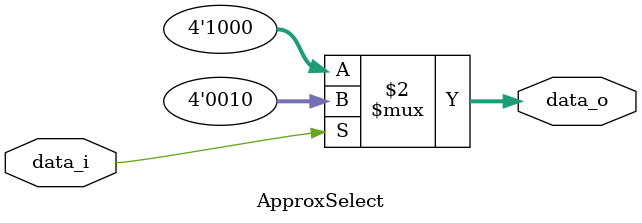
<source format=v>
module NOD8(
    input [7:0] data_i,
    output zero_o,
    output [8:0] data_o
    );

	wire [8:0] z;
  	wire zdet[1:0];
	wire zselect;
  	wire muxselect;
	wire [1:0] select;

  	assign zselect = (~data_i[3] & ~data_i[2]) | (~data_i[3] & (data_i[2] & ~data_i[1] & ~data_i[0]));
  	assign zdet[1] = (data_i[7] | data_i[6] | data_i[5] | data_i[4]);
  	assign zdet[0] = (data_i[3] | data_i[2] | data_i[1] | data_i[0]);
  	assign muxselect = zdet[1] | (data_i[3] & data_i[2]);
	assign zero_o = ~(zdet[1] | zdet[0]);

	
	NOD_carry_unit NOD1 (
		.data_i(data_i[7:2]),
		.data_o(z[8:4])
	);

	ApproxSelect aSelect(
		.data_i(zselect),
		.data_o(z[3:0])
	);

	Mux2Out9bit muxOut(
		.data_i1(z[8:4]),
		.data_i2(z[3:0]),
      	.select_i(muxselect),
		.data_o(data_o)
	);

endmodule

module Mux2Out9bit (
	input [4:0] data_i1,
	input [3:0] data_i2,
	input select_i,
	output [8:0] data_o
);
	assign data_o[8:4] = select_i ? data_i1[4:0] : 5'b00000;
	assign data_o[3:0] = select_i ? 4'b0000 : data_i2[3:0];
endmodule

module NOD_carry_unit(
	input [5:0] data_i,
	output [4:0] data_o
);

//multiplexer result
wire mux0;
wire mux1;
wire mux2;
wire mux3;

//ctrl signal
wire ctrl0;
wire ctrl1;
wire ctrl2;
wire ctrl3;
wire ctrl4;

//ctrl bit allocation
assign ctrl4 = data_i[5] & data_i[4];
assign ctrl3 = data_i[5] | (data_i[4] & data_i[3]);
assign ctrl2 = data_i[4] | (data_i[3] & data_i[2]);
assign ctrl1 = data_i[3] | (data_i[2] & data_i[1]);
assign ctrl0 = data_i[2] | (data_i[1] & data_i[0]);

//multiplexer
assign mux3 = (ctrl4==1) ? 1'b0 : 1'b1;
  assign mux2 = (ctrl3==1) ? 1'b0 : mux3;
  assign mux1 = (ctrl2==1) ? 1'b0 : mux2;
  assign mux0 = (ctrl1==1) ? 1'b0 : mux1;

//gates and IO assignments
assign data_o[4] = ctrl4;
assign data_o[3] = (mux3 & ctrl3);
assign data_o[2] = (mux2 & ctrl2);
assign data_o[1] = (mux1 & ctrl1);
assign data_o[0] = (mux0 & ctrl0);

endmodule

module ApproxSelect(
	input data_i,
	output [3:0] data_o
);

  assign data_o[3:0] = (data_i==1) ? 4'b0010 : 4'b1000;
endmodule
</source>
